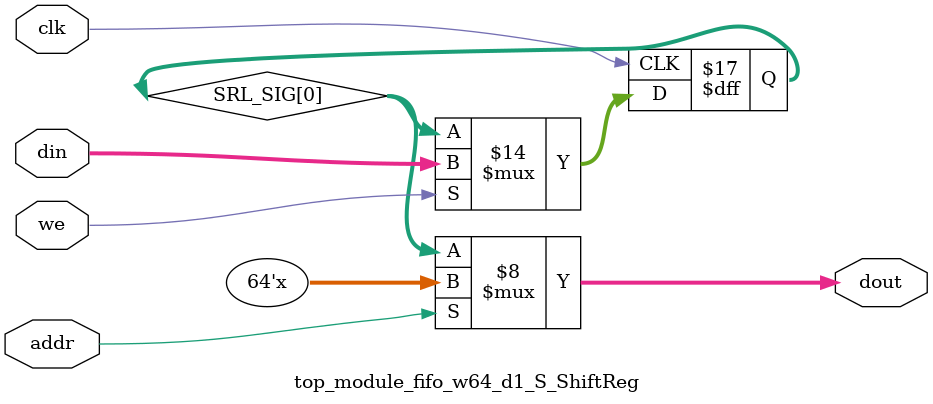
<source format=v>

`timescale 1 ns / 1 ps

module top_module_fifo_w64_d1_S
#(parameter
    MEM_STYLE   = "shiftReg",
    DATA_WIDTH  = 64,
    ADDR_WIDTH  = 1,
    DEPTH       = 1)
(
    // system signal
    input  wire                  clk,
    input  wire                  reset,

    // write
    output wire                  if_full_n,
    input  wire                  if_write_ce,
    input  wire                  if_write,
    input  wire [DATA_WIDTH-1:0] if_din,
    
    // read 
    output wire [ADDR_WIDTH:0]   if_num_data_valid, // for FRP
    output wire [ADDR_WIDTH:0]   if_fifo_cap,       // for FRP
    output wire                  if_empty_n,
    input  wire                  if_read_ce,
    input  wire                  if_read,
    output wire [DATA_WIDTH-1:0] if_dout
);
//------------------------Parameter----------------------

//------------------------Local signal-------------------
wire [ADDR_WIDTH-1:0] addr;
wire                  push;
wire                  pop;
reg signed [ADDR_WIDTH:0]   mOutPtr;
reg                   empty_n = 1'b0;
reg                   full_n  = 1'b1;
// with almost full?  no 
//------------------------Instantiation------------------
top_module_fifo_w64_d1_S_ShiftReg 
#(  .DATA_WIDTH (DATA_WIDTH),
    .ADDR_WIDTH (ADDR_WIDTH),
    .DEPTH      (DEPTH))
U_top_module_fifo_w64_d1_S_ShiftReg (
    .clk        (clk),
    .we         (push),
    .addr       (addr),
    .din        (if_din),
    .dout       (if_dout)
);
//------------------------Task and function--------------

//------------------------Body---------------------------
// has num_data_valid ? 
assign if_num_data_valid = mOutPtr + 1'b1; // yes
assign if_fifo_cap = DEPTH; // yes 

// has almost full ? 
assign if_full_n  = full_n; //no 
assign if_empty_n = empty_n;

assign push = (if_write & if_write_ce) & full_n;
assign pop  = (if_read & if_read_ce) & empty_n;
assign addr = mOutPtr[ADDR_WIDTH] == 1'b0 ? mOutPtr[ADDR_WIDTH-1:0]:{ADDR_WIDTH{1'b0}};

// full_n
always @(posedge clk ) begin
    if (reset == 1'b1)
        full_n <= 1'b1;
    else if (push & ~pop) begin
        if (mOutPtr == DEPTH - 2)
            full_n <= 1'b0;
    end
    else if (~push & pop)
        full_n <= 1'b1;
end

// almost_full_n 

// empty_n
always @(posedge clk ) begin
    if (reset == 1'b1)
        empty_n <= 1'b0;
    else if (push & ~pop)
        empty_n <= 1'b1;
    else if (~push & pop) begin
        if (mOutPtr == 0)
            empty_n <= 1'b0;
    end
end

// mOutPtr
always @(posedge clk ) begin
    if (reset == 1'b1)
        mOutPtr <= {ADDR_WIDTH+1{1'b1}};
    else if (push & ~pop)
        mOutPtr <= mOutPtr + 1'b1;
    else if (~push & pop)
        mOutPtr <= mOutPtr - 1'b1;
end

endmodule  


module top_module_fifo_w64_d1_S_ShiftReg
#(parameter
    DATA_WIDTH  = 64,
    ADDR_WIDTH  = 1,
    DEPTH       = 1)
(
    input  wire                  clk,
    input  wire                  we,
    input  wire [ADDR_WIDTH-1:0] addr,
    input  wire [DATA_WIDTH-1:0] din,
    output wire [DATA_WIDTH-1:0] dout
);

reg [DATA_WIDTH-1:0] SRL_SIG [0:DEPTH-1];
integer i;

always @ (posedge clk) begin
    if (we) begin
        for (i=0; i<DEPTH-1; i=i+1)
            SRL_SIG[i+1] <= SRL_SIG[i];
        SRL_SIG[0] <= din;
    end
end

assign dout = SRL_SIG[addr];

endmodule

</source>
